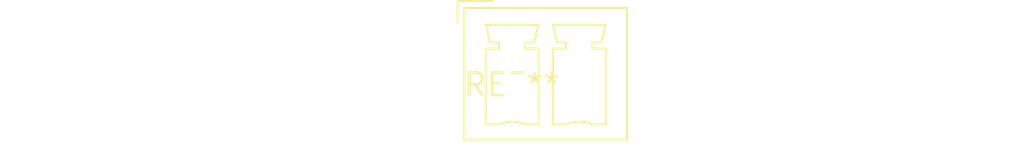
<source format=kicad_pcb>
(kicad_pcb (version 20240108) (generator pcbnew)
  (layers (0 "F.Cu" signal) (31 "B.Cu" signal) (34 "B.Paste" user) (35 "F.Paste" user) (36 "B.SilkS" user "B.Silkscreen") (37 "F.SilkS" user "F.Silkscreen") (38 "B.Mask" user) (39 "F.Mask" user) (44 "Edge.Cuts" user))
  (net 0 "")
  (footprint "PhoenixContact_MCV_1,5_2-G-3.81_1x02_P3.81mm_Vertical" (layer "F.Cu") (at 0 0)
    (property "Reference" "REF**")
    (property "Value" "PhoenixContact_MCV_1,5_2-G-3.81_1x02_P3.81mm_Vertical")
    (fp_line (start -3.1 -4.75) (end -1.1 -4.75) (layer "F.SilkS") (stroke (width 0.12)))
    (fp_line (start -3.1 -3.5) (end -3.1 -4.75) (layer "F.SilkS") (stroke (width 0.12)))
    (fp_line (start -2.71 -4.36) (end -2.71 3.11) (layer "F.SilkS") (stroke (width 0.12)))
    (fp_line (start -2.71 3.11) (end 6.52 3.11) (layer "F.SilkS") (stroke (width 0.12)))
    (fp_line (start -1.5 -3.4) (end 1.5 -3.4) (layer "F.SilkS") (stroke (width 0.12)))
    (fp_line (start -1.5 -2.05) (end -0.75 -2.05) (layer "F.SilkS") (stroke (width 0.12)))
    (fp_line (start -1.5 2.25) (end -1.5 -2.05) (layer "F.SilkS") (stroke (width 0.12)))
    (fp_line (start -1.25 -2.4) (end -1.5 -3.4) (layer "F.SilkS") (stroke (width 0.12)))
    (fp_line (start -0.75 -2.4) (end -1.25 -2.4) (layer "F.SilkS") (stroke (width 0.12)))
    (fp_line (start -0.75 -2.05) (end -0.75 -2.4) (layer "F.SilkS") (stroke (width 0.12)))
    (fp_line (start -0.75 2.25) (end -1.5 2.25) (layer "F.SilkS") (stroke (width 0.12)))
    (fp_line (start 0.75 -2.4) (end 0.75 -2.05) (layer "F.SilkS") (stroke (width 0.12)))
    (fp_line (start 0.75 -2.05) (end 1.5 -2.05) (layer "F.SilkS") (stroke (width 0.12)))
    (fp_line (start 1.25 -2.4) (end 0.75 -2.4) (layer "F.SilkS") (stroke (width 0.12)))
    (fp_line (start 1.5 -3.4) (end 1.25 -2.4) (layer "F.SilkS") (stroke (width 0.12)))
    (fp_line (start 1.5 -2.05) (end 1.5 2.25) (layer "F.SilkS") (stroke (width 0.12)))
    (fp_line (start 1.5 2.25) (end 0.75 2.25) (layer "F.SilkS") (stroke (width 0.12)))
    (fp_line (start 2.31 -3.4) (end 5.31 -3.4) (layer "F.SilkS") (stroke (width 0.12)))
    (fp_line (start 2.31 -2.05) (end 3.06 -2.05) (layer "F.SilkS") (stroke (width 0.12)))
    (fp_line (start 2.31 2.25) (end 2.31 -2.05) (layer "F.SilkS") (stroke (width 0.12)))
    (fp_line (start 2.56 -2.4) (end 2.31 -3.4) (layer "F.SilkS") (stroke (width 0.12)))
    (fp_line (start 3.06 -2.4) (end 2.56 -2.4) (layer "F.SilkS") (stroke (width 0.12)))
    (fp_line (start 3.06 -2.05) (end 3.06 -2.4) (layer "F.SilkS") (stroke (width 0.12)))
    (fp_line (start 3.06 2.25) (end 2.31 2.25) (layer "F.SilkS") (stroke (width 0.12)))
    (fp_line (start 4.56 -2.4) (end 4.56 -2.05) (layer "F.SilkS") (stroke (width 0.12)))
    (fp_line (start 4.56 -2.05) (end 5.31 -2.05) (layer "F.SilkS") (stroke (width 0.12)))
    (fp_line (start 5.06 -2.4) (end 4.56 -2.4) (layer "F.SilkS") (stroke (width 0.12)))
    (fp_line (start 5.31 -3.4) (end 5.06 -2.4) (layer "F.SilkS") (stroke (width 0.12)))
    (fp_line (start 5.31 -2.05) (end 5.31 2.25) (layer "F.SilkS") (stroke (width 0.12)))
    (fp_line (start 5.31 2.25) (end 4.56 2.25) (layer "F.SilkS") (stroke (width 0.12)))
    (fp_line (start 6.52 -4.36) (end -2.71 -4.36) (layer "F.SilkS") (stroke (width 0.12)))
    (fp_line (start 6.52 3.11) (end 6.52 -4.36) (layer "F.SilkS") (stroke (width 0.12)))
    (fp_arc (start -0.75 2.25) (mid -0.000193 2.09191) (end 0.749647 2.249844) (layer "F.SilkS") (stroke (width 0.12)))
    (fp_arc (start 3.06 2.25) (mid 3.809807 2.09191) (end 4.559647 2.249844) (layer "F.SilkS") (stroke (width 0.12)))
    (pad "1" thru_hole roundrect (at 0 0) (size 1.8 3.6) (drill 1.2) (layers *.Cu *.Mask) (remove_unused_layers) (roundrect_rratio 0.138889))
    (pad "2" thru_hole oval (at 3.81 0) (size 1.8 3.6) (drill 1.2) (layers *.Cu *.Mask) (remove_unused_layers))
  )
)
</source>
